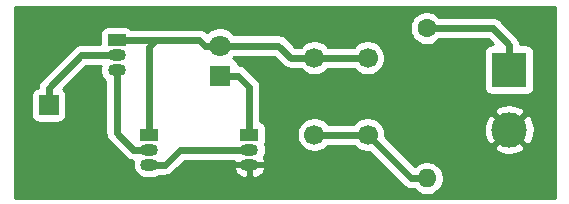
<source format=gbr>
G04 #@! TF.GenerationSoftware,KiCad,Pcbnew,(5.1.5)-3*
G04 #@! TF.CreationDate,2020-11-04T23:27:45+03:00*
G04 #@! TF.ProjectId,non contact ac tester,6e6f6e20-636f-46e7-9461-637420616320,rev?*
G04 #@! TF.SameCoordinates,Original*
G04 #@! TF.FileFunction,Copper,L2,Bot*
G04 #@! TF.FilePolarity,Positive*
%FSLAX46Y46*%
G04 Gerber Fmt 4.6, Leading zero omitted, Abs format (unit mm)*
G04 Created by KiCad (PCBNEW (5.1.5)-3) date 2020-11-04 23:27:45*
%MOMM*%
%LPD*%
G04 APERTURE LIST*
%ADD10C,1.700000*%
%ADD11R,1.800000X1.800000*%
%ADD12C,1.800000*%
%ADD13R,1.700000X1.700000*%
%ADD14R,3.000000X3.000000*%
%ADD15C,3.000000*%
%ADD16O,1.500000X1.050000*%
%ADD17R,1.500000X1.050000*%
%ADD18C,1.600000*%
%ADD19O,1.600000X1.600000*%
%ADD20C,0.600000*%
%ADD21C,0.254000*%
G04 APERTURE END LIST*
D10*
X84000000Y-79000000D03*
X84000000Y-72500000D03*
X88500000Y-79000000D03*
X88500000Y-72500000D03*
D11*
X76000000Y-74000000D03*
D12*
X76000000Y-71460000D03*
D13*
X61500000Y-76500000D03*
D14*
X100500000Y-73500000D03*
D15*
X100500000Y-78580000D03*
D16*
X67250000Y-72270000D03*
X67250000Y-73540000D03*
D17*
X67250000Y-71000000D03*
X70000000Y-79000000D03*
D16*
X70000000Y-81540000D03*
X70000000Y-80270000D03*
X78500000Y-80270000D03*
X78500000Y-81540000D03*
D17*
X78500000Y-79000000D03*
D18*
X93500000Y-70000000D03*
D19*
X93500000Y-82700000D03*
D20*
X77500000Y-74000000D02*
X76000000Y-74000000D01*
X78500000Y-75000000D02*
X77500000Y-74000000D01*
X78500000Y-79000000D02*
X78500000Y-75000000D01*
X80960000Y-71460000D02*
X76000000Y-71460000D01*
X68600000Y-71000000D02*
X67250000Y-71000000D01*
X74727208Y-71460000D02*
X74267208Y-71000000D01*
X76000000Y-71460000D02*
X74727208Y-71460000D01*
X70000000Y-71600000D02*
X70000000Y-79000000D01*
X70600000Y-71000000D02*
X70000000Y-71600000D01*
X70600000Y-71000000D02*
X68600000Y-71000000D01*
X74267208Y-71000000D02*
X70600000Y-71000000D01*
X82000000Y-72500000D02*
X84000000Y-72500000D01*
X80960000Y-71460000D02*
X82000000Y-72500000D01*
X84000000Y-72500000D02*
X88500000Y-72500000D01*
X61500000Y-75050000D02*
X61500000Y-76500000D01*
X64280000Y-72270000D02*
X61500000Y-75050000D01*
X67250000Y-72270000D02*
X64280000Y-72270000D01*
X100500000Y-71400000D02*
X100500000Y-73500000D01*
X99100000Y-70000000D02*
X100500000Y-71400000D01*
X93500000Y-70000000D02*
X99100000Y-70000000D01*
X67250000Y-78870000D02*
X68650000Y-80270000D01*
X68650000Y-80270000D02*
X70000000Y-80270000D01*
X67250000Y-73540000D02*
X67250000Y-78870000D01*
X77150000Y-80270000D02*
X78500000Y-80270000D01*
X72620000Y-80270000D02*
X77150000Y-80270000D01*
X71350000Y-81540000D02*
X72620000Y-80270000D01*
X70000000Y-81540000D02*
X71350000Y-81540000D01*
X88500000Y-79000000D02*
X84000000Y-79000000D01*
X92200000Y-82700000D02*
X93500000Y-82700000D01*
X88500000Y-79000000D02*
X92200000Y-82700000D01*
D21*
G36*
X104340000Y-84340000D02*
G01*
X58660000Y-84340000D01*
X58660000Y-75650000D01*
X60011928Y-75650000D01*
X60011928Y-77350000D01*
X60024188Y-77474482D01*
X60060498Y-77594180D01*
X60119463Y-77704494D01*
X60198815Y-77801185D01*
X60295506Y-77880537D01*
X60405820Y-77939502D01*
X60525518Y-77975812D01*
X60650000Y-77988072D01*
X62350000Y-77988072D01*
X62474482Y-77975812D01*
X62594180Y-77939502D01*
X62704494Y-77880537D01*
X62801185Y-77801185D01*
X62880537Y-77704494D01*
X62939502Y-77594180D01*
X62975812Y-77474482D01*
X62988072Y-77350000D01*
X62988072Y-75650000D01*
X62975812Y-75525518D01*
X62939502Y-75405820D01*
X62880537Y-75295506D01*
X62801185Y-75198815D01*
X62731040Y-75141249D01*
X64667289Y-73205000D01*
X65914425Y-73205000D01*
X65881785Y-73312600D01*
X65859388Y-73540000D01*
X65881785Y-73767400D01*
X65948115Y-73986060D01*
X66055829Y-74187579D01*
X66200788Y-74364212D01*
X66315000Y-74457944D01*
X66315001Y-78824058D01*
X66310476Y-78870000D01*
X66328529Y-79053291D01*
X66367965Y-79183292D01*
X66381994Y-79229540D01*
X66468815Y-79391972D01*
X66585657Y-79534344D01*
X66621336Y-79563625D01*
X67956374Y-80898664D01*
X67985656Y-80934344D01*
X68128028Y-81051186D01*
X68290460Y-81138007D01*
X68466708Y-81191471D01*
X68650000Y-81209524D01*
X68663455Y-81208199D01*
X68631785Y-81312600D01*
X68609388Y-81540000D01*
X68631785Y-81767400D01*
X68698115Y-81986060D01*
X68805829Y-82187579D01*
X68950788Y-82364212D01*
X69127421Y-82509171D01*
X69328940Y-82616885D01*
X69547600Y-82683215D01*
X69718021Y-82700000D01*
X70281979Y-82700000D01*
X70452400Y-82683215D01*
X70671060Y-82616885D01*
X70872579Y-82509171D01*
X70914216Y-82475000D01*
X71304068Y-82475000D01*
X71350000Y-82479524D01*
X71395932Y-82475000D01*
X71533292Y-82461471D01*
X71709540Y-82408007D01*
X71871972Y-82321186D01*
X72014344Y-82204344D01*
X72043630Y-82168659D01*
X72366479Y-81845810D01*
X77156036Y-81845810D01*
X77164728Y-81907337D01*
X77257725Y-82116882D01*
X77389816Y-82304258D01*
X77555924Y-82462264D01*
X77749666Y-82584828D01*
X77963596Y-82667239D01*
X78189493Y-82706331D01*
X78373000Y-82546598D01*
X78373000Y-81667000D01*
X78627000Y-81667000D01*
X78627000Y-82546598D01*
X78810507Y-82706331D01*
X79036404Y-82667239D01*
X79250334Y-82584828D01*
X79444076Y-82462264D01*
X79610184Y-82304258D01*
X79742275Y-82116882D01*
X79835272Y-81907337D01*
X79843964Y-81845810D01*
X79718163Y-81667000D01*
X78627000Y-81667000D01*
X78373000Y-81667000D01*
X77281837Y-81667000D01*
X77156036Y-81845810D01*
X72366479Y-81845810D01*
X73007290Y-81205000D01*
X77160160Y-81205000D01*
X77156036Y-81234190D01*
X77281837Y-81413000D01*
X78046891Y-81413000D01*
X78047600Y-81413215D01*
X78218021Y-81430000D01*
X78781979Y-81430000D01*
X78952400Y-81413215D01*
X78953109Y-81413000D01*
X79718163Y-81413000D01*
X79843964Y-81234190D01*
X79835272Y-81172663D01*
X79742275Y-80963118D01*
X79701071Y-80904669D01*
X79801885Y-80716060D01*
X79868215Y-80497400D01*
X79890612Y-80270000D01*
X79868215Y-80042600D01*
X79804907Y-79833902D01*
X79839502Y-79769180D01*
X79875812Y-79649482D01*
X79888072Y-79525000D01*
X79888072Y-78853740D01*
X82515000Y-78853740D01*
X82515000Y-79146260D01*
X82572068Y-79433158D01*
X82684010Y-79703411D01*
X82846525Y-79946632D01*
X83053368Y-80153475D01*
X83296589Y-80315990D01*
X83566842Y-80427932D01*
X83853740Y-80485000D01*
X84146260Y-80485000D01*
X84433158Y-80427932D01*
X84703411Y-80315990D01*
X84946632Y-80153475D01*
X85153475Y-79946632D01*
X85161247Y-79935000D01*
X87338753Y-79935000D01*
X87346525Y-79946632D01*
X87553368Y-80153475D01*
X87796589Y-80315990D01*
X88066842Y-80427932D01*
X88353740Y-80485000D01*
X88646260Y-80485000D01*
X88659981Y-80482271D01*
X91506374Y-83328664D01*
X91535656Y-83364344D01*
X91678028Y-83481186D01*
X91840460Y-83568007D01*
X91963243Y-83605253D01*
X92016707Y-83621471D01*
X92199999Y-83639524D01*
X92245931Y-83635000D01*
X92405604Y-83635000D01*
X92585241Y-83814637D01*
X92820273Y-83971680D01*
X93081426Y-84079853D01*
X93358665Y-84135000D01*
X93641335Y-84135000D01*
X93918574Y-84079853D01*
X94179727Y-83971680D01*
X94414759Y-83814637D01*
X94614637Y-83614759D01*
X94771680Y-83379727D01*
X94879853Y-83118574D01*
X94935000Y-82841335D01*
X94935000Y-82558665D01*
X94879853Y-82281426D01*
X94771680Y-82020273D01*
X94614637Y-81785241D01*
X94414759Y-81585363D01*
X94179727Y-81428320D01*
X93918574Y-81320147D01*
X93641335Y-81265000D01*
X93358665Y-81265000D01*
X93081426Y-81320147D01*
X92820273Y-81428320D01*
X92585241Y-81585363D01*
X92496447Y-81674157D01*
X90893943Y-80071653D01*
X99187952Y-80071653D01*
X99343962Y-80387214D01*
X99718745Y-80578020D01*
X100123551Y-80692044D01*
X100542824Y-80724902D01*
X100960451Y-80675334D01*
X101360383Y-80545243D01*
X101656038Y-80387214D01*
X101812048Y-80071653D01*
X100500000Y-78759605D01*
X99187952Y-80071653D01*
X90893943Y-80071653D01*
X89982271Y-79159981D01*
X89985000Y-79146260D01*
X89985000Y-78853740D01*
X89939068Y-78622824D01*
X98355098Y-78622824D01*
X98404666Y-79040451D01*
X98534757Y-79440383D01*
X98692786Y-79736038D01*
X99008347Y-79892048D01*
X100320395Y-78580000D01*
X100679605Y-78580000D01*
X101991653Y-79892048D01*
X102307214Y-79736038D01*
X102498020Y-79361255D01*
X102612044Y-78956449D01*
X102644902Y-78537176D01*
X102595334Y-78119549D01*
X102465243Y-77719617D01*
X102307214Y-77423962D01*
X101991653Y-77267952D01*
X100679605Y-78580000D01*
X100320395Y-78580000D01*
X99008347Y-77267952D01*
X98692786Y-77423962D01*
X98501980Y-77798745D01*
X98387956Y-78203551D01*
X98355098Y-78622824D01*
X89939068Y-78622824D01*
X89927932Y-78566842D01*
X89815990Y-78296589D01*
X89653475Y-78053368D01*
X89446632Y-77846525D01*
X89203411Y-77684010D01*
X88933158Y-77572068D01*
X88646260Y-77515000D01*
X88353740Y-77515000D01*
X88066842Y-77572068D01*
X87796589Y-77684010D01*
X87553368Y-77846525D01*
X87346525Y-78053368D01*
X87338753Y-78065000D01*
X85161247Y-78065000D01*
X85153475Y-78053368D01*
X84946632Y-77846525D01*
X84703411Y-77684010D01*
X84433158Y-77572068D01*
X84146260Y-77515000D01*
X83853740Y-77515000D01*
X83566842Y-77572068D01*
X83296589Y-77684010D01*
X83053368Y-77846525D01*
X82846525Y-78053368D01*
X82684010Y-78296589D01*
X82572068Y-78566842D01*
X82515000Y-78853740D01*
X79888072Y-78853740D01*
X79888072Y-78475000D01*
X79875812Y-78350518D01*
X79839502Y-78230820D01*
X79780537Y-78120506D01*
X79701185Y-78023815D01*
X79604494Y-77944463D01*
X79494180Y-77885498D01*
X79435000Y-77867546D01*
X79435000Y-77088347D01*
X99187952Y-77088347D01*
X100500000Y-78400395D01*
X101812048Y-77088347D01*
X101656038Y-76772786D01*
X101281255Y-76581980D01*
X100876449Y-76467956D01*
X100457176Y-76435098D01*
X100039549Y-76484666D01*
X99639617Y-76614757D01*
X99343962Y-76772786D01*
X99187952Y-77088347D01*
X79435000Y-77088347D01*
X79435000Y-75045935D01*
X79439524Y-75000000D01*
X79421472Y-74816708D01*
X79368007Y-74640459D01*
X79337765Y-74583880D01*
X79281186Y-74478028D01*
X79164344Y-74335656D01*
X79128659Y-74306370D01*
X78193630Y-73371341D01*
X78164344Y-73335656D01*
X78021972Y-73218814D01*
X77859540Y-73131993D01*
X77683292Y-73078529D01*
X77545932Y-73065000D01*
X77534514Y-73063875D01*
X77525812Y-72975518D01*
X77489502Y-72855820D01*
X77430537Y-72745506D01*
X77351185Y-72648815D01*
X77254494Y-72569463D01*
X77144180Y-72510498D01*
X77125873Y-72504944D01*
X77192312Y-72438505D01*
X77221381Y-72395000D01*
X80572711Y-72395000D01*
X81306374Y-73128664D01*
X81335656Y-73164344D01*
X81478028Y-73281186D01*
X81640460Y-73368007D01*
X81763243Y-73405253D01*
X81816707Y-73421471D01*
X81999999Y-73439524D01*
X82045931Y-73435000D01*
X82838753Y-73435000D01*
X82846525Y-73446632D01*
X83053368Y-73653475D01*
X83296589Y-73815990D01*
X83566842Y-73927932D01*
X83853740Y-73985000D01*
X84146260Y-73985000D01*
X84433158Y-73927932D01*
X84703411Y-73815990D01*
X84946632Y-73653475D01*
X85153475Y-73446632D01*
X85161247Y-73435000D01*
X87338753Y-73435000D01*
X87346525Y-73446632D01*
X87553368Y-73653475D01*
X87796589Y-73815990D01*
X88066842Y-73927932D01*
X88353740Y-73985000D01*
X88646260Y-73985000D01*
X88933158Y-73927932D01*
X89203411Y-73815990D01*
X89446632Y-73653475D01*
X89653475Y-73446632D01*
X89815990Y-73203411D01*
X89927932Y-72933158D01*
X89985000Y-72646260D01*
X89985000Y-72353740D01*
X89927932Y-72066842D01*
X89815990Y-71796589D01*
X89653475Y-71553368D01*
X89446632Y-71346525D01*
X89203411Y-71184010D01*
X88933158Y-71072068D01*
X88646260Y-71015000D01*
X88353740Y-71015000D01*
X88066842Y-71072068D01*
X87796589Y-71184010D01*
X87553368Y-71346525D01*
X87346525Y-71553368D01*
X87338753Y-71565000D01*
X85161247Y-71565000D01*
X85153475Y-71553368D01*
X84946632Y-71346525D01*
X84703411Y-71184010D01*
X84433158Y-71072068D01*
X84146260Y-71015000D01*
X83853740Y-71015000D01*
X83566842Y-71072068D01*
X83296589Y-71184010D01*
X83053368Y-71346525D01*
X82846525Y-71553368D01*
X82838753Y-71565000D01*
X82387290Y-71565000D01*
X81653630Y-70831341D01*
X81624344Y-70795656D01*
X81481972Y-70678814D01*
X81319540Y-70591993D01*
X81143292Y-70538529D01*
X81005932Y-70525000D01*
X80960000Y-70520476D01*
X80914068Y-70525000D01*
X77221381Y-70525000D01*
X77192312Y-70481495D01*
X76978505Y-70267688D01*
X76727095Y-70099701D01*
X76447743Y-69983989D01*
X76151184Y-69925000D01*
X75848816Y-69925000D01*
X75552257Y-69983989D01*
X75272905Y-70099701D01*
X75021495Y-70267688D01*
X74941457Y-70347726D01*
X74931552Y-70335656D01*
X74789180Y-70218814D01*
X74626748Y-70131993D01*
X74450500Y-70078529D01*
X74313140Y-70065000D01*
X74267208Y-70060476D01*
X74221276Y-70065000D01*
X70645931Y-70065000D01*
X70599999Y-70060476D01*
X70554067Y-70065000D01*
X68484985Y-70065000D01*
X68451185Y-70023815D01*
X68354494Y-69944463D01*
X68244180Y-69885498D01*
X68155724Y-69858665D01*
X92065000Y-69858665D01*
X92065000Y-70141335D01*
X92120147Y-70418574D01*
X92228320Y-70679727D01*
X92385363Y-70914759D01*
X92585241Y-71114637D01*
X92820273Y-71271680D01*
X93081426Y-71379853D01*
X93358665Y-71435000D01*
X93641335Y-71435000D01*
X93918574Y-71379853D01*
X94179727Y-71271680D01*
X94414759Y-71114637D01*
X94594396Y-70935000D01*
X98712711Y-70935000D01*
X99139638Y-71361928D01*
X99000000Y-71361928D01*
X98875518Y-71374188D01*
X98755820Y-71410498D01*
X98645506Y-71469463D01*
X98548815Y-71548815D01*
X98469463Y-71645506D01*
X98410498Y-71755820D01*
X98374188Y-71875518D01*
X98361928Y-72000000D01*
X98361928Y-75000000D01*
X98374188Y-75124482D01*
X98410498Y-75244180D01*
X98469463Y-75354494D01*
X98548815Y-75451185D01*
X98645506Y-75530537D01*
X98755820Y-75589502D01*
X98875518Y-75625812D01*
X99000000Y-75638072D01*
X102000000Y-75638072D01*
X102124482Y-75625812D01*
X102244180Y-75589502D01*
X102354494Y-75530537D01*
X102451185Y-75451185D01*
X102530537Y-75354494D01*
X102589502Y-75244180D01*
X102625812Y-75124482D01*
X102638072Y-75000000D01*
X102638072Y-72000000D01*
X102625812Y-71875518D01*
X102589502Y-71755820D01*
X102530537Y-71645506D01*
X102451185Y-71548815D01*
X102354494Y-71469463D01*
X102244180Y-71410498D01*
X102124482Y-71374188D01*
X102000000Y-71361928D01*
X101435774Y-71361928D01*
X101421471Y-71216708D01*
X101390508Y-71114637D01*
X101368007Y-71040460D01*
X101281186Y-70878028D01*
X101164344Y-70735656D01*
X101128665Y-70706376D01*
X99793630Y-69371341D01*
X99764344Y-69335656D01*
X99621972Y-69218814D01*
X99459540Y-69131993D01*
X99283292Y-69078529D01*
X99145932Y-69065000D01*
X99100000Y-69060476D01*
X99054068Y-69065000D01*
X94594396Y-69065000D01*
X94414759Y-68885363D01*
X94179727Y-68728320D01*
X93918574Y-68620147D01*
X93641335Y-68565000D01*
X93358665Y-68565000D01*
X93081426Y-68620147D01*
X92820273Y-68728320D01*
X92585241Y-68885363D01*
X92385363Y-69085241D01*
X92228320Y-69320273D01*
X92120147Y-69581426D01*
X92065000Y-69858665D01*
X68155724Y-69858665D01*
X68124482Y-69849188D01*
X68000000Y-69836928D01*
X66500000Y-69836928D01*
X66375518Y-69849188D01*
X66255820Y-69885498D01*
X66145506Y-69944463D01*
X66048815Y-70023815D01*
X65969463Y-70120506D01*
X65910498Y-70230820D01*
X65874188Y-70350518D01*
X65861928Y-70475000D01*
X65861928Y-71335000D01*
X64325935Y-71335000D01*
X64280000Y-71330476D01*
X64096708Y-71348528D01*
X63920459Y-71401993D01*
X63892928Y-71416709D01*
X63758028Y-71488814D01*
X63615656Y-71605656D01*
X63586370Y-71641341D01*
X60871341Y-74356370D01*
X60835656Y-74385656D01*
X60718814Y-74528029D01*
X60631993Y-74690461D01*
X60604472Y-74781186D01*
X60578529Y-74866709D01*
X60563386Y-75020458D01*
X60525518Y-75024188D01*
X60405820Y-75060498D01*
X60295506Y-75119463D01*
X60198815Y-75198815D01*
X60119463Y-75295506D01*
X60060498Y-75405820D01*
X60024188Y-75525518D01*
X60011928Y-75650000D01*
X58660000Y-75650000D01*
X58660000Y-68160000D01*
X104340001Y-68160000D01*
X104340000Y-84340000D01*
G37*
X104340000Y-84340000D02*
X58660000Y-84340000D01*
X58660000Y-75650000D01*
X60011928Y-75650000D01*
X60011928Y-77350000D01*
X60024188Y-77474482D01*
X60060498Y-77594180D01*
X60119463Y-77704494D01*
X60198815Y-77801185D01*
X60295506Y-77880537D01*
X60405820Y-77939502D01*
X60525518Y-77975812D01*
X60650000Y-77988072D01*
X62350000Y-77988072D01*
X62474482Y-77975812D01*
X62594180Y-77939502D01*
X62704494Y-77880537D01*
X62801185Y-77801185D01*
X62880537Y-77704494D01*
X62939502Y-77594180D01*
X62975812Y-77474482D01*
X62988072Y-77350000D01*
X62988072Y-75650000D01*
X62975812Y-75525518D01*
X62939502Y-75405820D01*
X62880537Y-75295506D01*
X62801185Y-75198815D01*
X62731040Y-75141249D01*
X64667289Y-73205000D01*
X65914425Y-73205000D01*
X65881785Y-73312600D01*
X65859388Y-73540000D01*
X65881785Y-73767400D01*
X65948115Y-73986060D01*
X66055829Y-74187579D01*
X66200788Y-74364212D01*
X66315000Y-74457944D01*
X66315001Y-78824058D01*
X66310476Y-78870000D01*
X66328529Y-79053291D01*
X66367965Y-79183292D01*
X66381994Y-79229540D01*
X66468815Y-79391972D01*
X66585657Y-79534344D01*
X66621336Y-79563625D01*
X67956374Y-80898664D01*
X67985656Y-80934344D01*
X68128028Y-81051186D01*
X68290460Y-81138007D01*
X68466708Y-81191471D01*
X68650000Y-81209524D01*
X68663455Y-81208199D01*
X68631785Y-81312600D01*
X68609388Y-81540000D01*
X68631785Y-81767400D01*
X68698115Y-81986060D01*
X68805829Y-82187579D01*
X68950788Y-82364212D01*
X69127421Y-82509171D01*
X69328940Y-82616885D01*
X69547600Y-82683215D01*
X69718021Y-82700000D01*
X70281979Y-82700000D01*
X70452400Y-82683215D01*
X70671060Y-82616885D01*
X70872579Y-82509171D01*
X70914216Y-82475000D01*
X71304068Y-82475000D01*
X71350000Y-82479524D01*
X71395932Y-82475000D01*
X71533292Y-82461471D01*
X71709540Y-82408007D01*
X71871972Y-82321186D01*
X72014344Y-82204344D01*
X72043630Y-82168659D01*
X72366479Y-81845810D01*
X77156036Y-81845810D01*
X77164728Y-81907337D01*
X77257725Y-82116882D01*
X77389816Y-82304258D01*
X77555924Y-82462264D01*
X77749666Y-82584828D01*
X77963596Y-82667239D01*
X78189493Y-82706331D01*
X78373000Y-82546598D01*
X78373000Y-81667000D01*
X78627000Y-81667000D01*
X78627000Y-82546598D01*
X78810507Y-82706331D01*
X79036404Y-82667239D01*
X79250334Y-82584828D01*
X79444076Y-82462264D01*
X79610184Y-82304258D01*
X79742275Y-82116882D01*
X79835272Y-81907337D01*
X79843964Y-81845810D01*
X79718163Y-81667000D01*
X78627000Y-81667000D01*
X78373000Y-81667000D01*
X77281837Y-81667000D01*
X77156036Y-81845810D01*
X72366479Y-81845810D01*
X73007290Y-81205000D01*
X77160160Y-81205000D01*
X77156036Y-81234190D01*
X77281837Y-81413000D01*
X78046891Y-81413000D01*
X78047600Y-81413215D01*
X78218021Y-81430000D01*
X78781979Y-81430000D01*
X78952400Y-81413215D01*
X78953109Y-81413000D01*
X79718163Y-81413000D01*
X79843964Y-81234190D01*
X79835272Y-81172663D01*
X79742275Y-80963118D01*
X79701071Y-80904669D01*
X79801885Y-80716060D01*
X79868215Y-80497400D01*
X79890612Y-80270000D01*
X79868215Y-80042600D01*
X79804907Y-79833902D01*
X79839502Y-79769180D01*
X79875812Y-79649482D01*
X79888072Y-79525000D01*
X79888072Y-78853740D01*
X82515000Y-78853740D01*
X82515000Y-79146260D01*
X82572068Y-79433158D01*
X82684010Y-79703411D01*
X82846525Y-79946632D01*
X83053368Y-80153475D01*
X83296589Y-80315990D01*
X83566842Y-80427932D01*
X83853740Y-80485000D01*
X84146260Y-80485000D01*
X84433158Y-80427932D01*
X84703411Y-80315990D01*
X84946632Y-80153475D01*
X85153475Y-79946632D01*
X85161247Y-79935000D01*
X87338753Y-79935000D01*
X87346525Y-79946632D01*
X87553368Y-80153475D01*
X87796589Y-80315990D01*
X88066842Y-80427932D01*
X88353740Y-80485000D01*
X88646260Y-80485000D01*
X88659981Y-80482271D01*
X91506374Y-83328664D01*
X91535656Y-83364344D01*
X91678028Y-83481186D01*
X91840460Y-83568007D01*
X91963243Y-83605253D01*
X92016707Y-83621471D01*
X92199999Y-83639524D01*
X92245931Y-83635000D01*
X92405604Y-83635000D01*
X92585241Y-83814637D01*
X92820273Y-83971680D01*
X93081426Y-84079853D01*
X93358665Y-84135000D01*
X93641335Y-84135000D01*
X93918574Y-84079853D01*
X94179727Y-83971680D01*
X94414759Y-83814637D01*
X94614637Y-83614759D01*
X94771680Y-83379727D01*
X94879853Y-83118574D01*
X94935000Y-82841335D01*
X94935000Y-82558665D01*
X94879853Y-82281426D01*
X94771680Y-82020273D01*
X94614637Y-81785241D01*
X94414759Y-81585363D01*
X94179727Y-81428320D01*
X93918574Y-81320147D01*
X93641335Y-81265000D01*
X93358665Y-81265000D01*
X93081426Y-81320147D01*
X92820273Y-81428320D01*
X92585241Y-81585363D01*
X92496447Y-81674157D01*
X90893943Y-80071653D01*
X99187952Y-80071653D01*
X99343962Y-80387214D01*
X99718745Y-80578020D01*
X100123551Y-80692044D01*
X100542824Y-80724902D01*
X100960451Y-80675334D01*
X101360383Y-80545243D01*
X101656038Y-80387214D01*
X101812048Y-80071653D01*
X100500000Y-78759605D01*
X99187952Y-80071653D01*
X90893943Y-80071653D01*
X89982271Y-79159981D01*
X89985000Y-79146260D01*
X89985000Y-78853740D01*
X89939068Y-78622824D01*
X98355098Y-78622824D01*
X98404666Y-79040451D01*
X98534757Y-79440383D01*
X98692786Y-79736038D01*
X99008347Y-79892048D01*
X100320395Y-78580000D01*
X100679605Y-78580000D01*
X101991653Y-79892048D01*
X102307214Y-79736038D01*
X102498020Y-79361255D01*
X102612044Y-78956449D01*
X102644902Y-78537176D01*
X102595334Y-78119549D01*
X102465243Y-77719617D01*
X102307214Y-77423962D01*
X101991653Y-77267952D01*
X100679605Y-78580000D01*
X100320395Y-78580000D01*
X99008347Y-77267952D01*
X98692786Y-77423962D01*
X98501980Y-77798745D01*
X98387956Y-78203551D01*
X98355098Y-78622824D01*
X89939068Y-78622824D01*
X89927932Y-78566842D01*
X89815990Y-78296589D01*
X89653475Y-78053368D01*
X89446632Y-77846525D01*
X89203411Y-77684010D01*
X88933158Y-77572068D01*
X88646260Y-77515000D01*
X88353740Y-77515000D01*
X88066842Y-77572068D01*
X87796589Y-77684010D01*
X87553368Y-77846525D01*
X87346525Y-78053368D01*
X87338753Y-78065000D01*
X85161247Y-78065000D01*
X85153475Y-78053368D01*
X84946632Y-77846525D01*
X84703411Y-77684010D01*
X84433158Y-77572068D01*
X84146260Y-77515000D01*
X83853740Y-77515000D01*
X83566842Y-77572068D01*
X83296589Y-77684010D01*
X83053368Y-77846525D01*
X82846525Y-78053368D01*
X82684010Y-78296589D01*
X82572068Y-78566842D01*
X82515000Y-78853740D01*
X79888072Y-78853740D01*
X79888072Y-78475000D01*
X79875812Y-78350518D01*
X79839502Y-78230820D01*
X79780537Y-78120506D01*
X79701185Y-78023815D01*
X79604494Y-77944463D01*
X79494180Y-77885498D01*
X79435000Y-77867546D01*
X79435000Y-77088347D01*
X99187952Y-77088347D01*
X100500000Y-78400395D01*
X101812048Y-77088347D01*
X101656038Y-76772786D01*
X101281255Y-76581980D01*
X100876449Y-76467956D01*
X100457176Y-76435098D01*
X100039549Y-76484666D01*
X99639617Y-76614757D01*
X99343962Y-76772786D01*
X99187952Y-77088347D01*
X79435000Y-77088347D01*
X79435000Y-75045935D01*
X79439524Y-75000000D01*
X79421472Y-74816708D01*
X79368007Y-74640459D01*
X79337765Y-74583880D01*
X79281186Y-74478028D01*
X79164344Y-74335656D01*
X79128659Y-74306370D01*
X78193630Y-73371341D01*
X78164344Y-73335656D01*
X78021972Y-73218814D01*
X77859540Y-73131993D01*
X77683292Y-73078529D01*
X77545932Y-73065000D01*
X77534514Y-73063875D01*
X77525812Y-72975518D01*
X77489502Y-72855820D01*
X77430537Y-72745506D01*
X77351185Y-72648815D01*
X77254494Y-72569463D01*
X77144180Y-72510498D01*
X77125873Y-72504944D01*
X77192312Y-72438505D01*
X77221381Y-72395000D01*
X80572711Y-72395000D01*
X81306374Y-73128664D01*
X81335656Y-73164344D01*
X81478028Y-73281186D01*
X81640460Y-73368007D01*
X81763243Y-73405253D01*
X81816707Y-73421471D01*
X81999999Y-73439524D01*
X82045931Y-73435000D01*
X82838753Y-73435000D01*
X82846525Y-73446632D01*
X83053368Y-73653475D01*
X83296589Y-73815990D01*
X83566842Y-73927932D01*
X83853740Y-73985000D01*
X84146260Y-73985000D01*
X84433158Y-73927932D01*
X84703411Y-73815990D01*
X84946632Y-73653475D01*
X85153475Y-73446632D01*
X85161247Y-73435000D01*
X87338753Y-73435000D01*
X87346525Y-73446632D01*
X87553368Y-73653475D01*
X87796589Y-73815990D01*
X88066842Y-73927932D01*
X88353740Y-73985000D01*
X88646260Y-73985000D01*
X88933158Y-73927932D01*
X89203411Y-73815990D01*
X89446632Y-73653475D01*
X89653475Y-73446632D01*
X89815990Y-73203411D01*
X89927932Y-72933158D01*
X89985000Y-72646260D01*
X89985000Y-72353740D01*
X89927932Y-72066842D01*
X89815990Y-71796589D01*
X89653475Y-71553368D01*
X89446632Y-71346525D01*
X89203411Y-71184010D01*
X88933158Y-71072068D01*
X88646260Y-71015000D01*
X88353740Y-71015000D01*
X88066842Y-71072068D01*
X87796589Y-71184010D01*
X87553368Y-71346525D01*
X87346525Y-71553368D01*
X87338753Y-71565000D01*
X85161247Y-71565000D01*
X85153475Y-71553368D01*
X84946632Y-71346525D01*
X84703411Y-71184010D01*
X84433158Y-71072068D01*
X84146260Y-71015000D01*
X83853740Y-71015000D01*
X83566842Y-71072068D01*
X83296589Y-71184010D01*
X83053368Y-71346525D01*
X82846525Y-71553368D01*
X82838753Y-71565000D01*
X82387290Y-71565000D01*
X81653630Y-70831341D01*
X81624344Y-70795656D01*
X81481972Y-70678814D01*
X81319540Y-70591993D01*
X81143292Y-70538529D01*
X81005932Y-70525000D01*
X80960000Y-70520476D01*
X80914068Y-70525000D01*
X77221381Y-70525000D01*
X77192312Y-70481495D01*
X76978505Y-70267688D01*
X76727095Y-70099701D01*
X76447743Y-69983989D01*
X76151184Y-69925000D01*
X75848816Y-69925000D01*
X75552257Y-69983989D01*
X75272905Y-70099701D01*
X75021495Y-70267688D01*
X74941457Y-70347726D01*
X74931552Y-70335656D01*
X74789180Y-70218814D01*
X74626748Y-70131993D01*
X74450500Y-70078529D01*
X74313140Y-70065000D01*
X74267208Y-70060476D01*
X74221276Y-70065000D01*
X70645931Y-70065000D01*
X70599999Y-70060476D01*
X70554067Y-70065000D01*
X68484985Y-70065000D01*
X68451185Y-70023815D01*
X68354494Y-69944463D01*
X68244180Y-69885498D01*
X68155724Y-69858665D01*
X92065000Y-69858665D01*
X92065000Y-70141335D01*
X92120147Y-70418574D01*
X92228320Y-70679727D01*
X92385363Y-70914759D01*
X92585241Y-71114637D01*
X92820273Y-71271680D01*
X93081426Y-71379853D01*
X93358665Y-71435000D01*
X93641335Y-71435000D01*
X93918574Y-71379853D01*
X94179727Y-71271680D01*
X94414759Y-71114637D01*
X94594396Y-70935000D01*
X98712711Y-70935000D01*
X99139638Y-71361928D01*
X99000000Y-71361928D01*
X98875518Y-71374188D01*
X98755820Y-71410498D01*
X98645506Y-71469463D01*
X98548815Y-71548815D01*
X98469463Y-71645506D01*
X98410498Y-71755820D01*
X98374188Y-71875518D01*
X98361928Y-72000000D01*
X98361928Y-75000000D01*
X98374188Y-75124482D01*
X98410498Y-75244180D01*
X98469463Y-75354494D01*
X98548815Y-75451185D01*
X98645506Y-75530537D01*
X98755820Y-75589502D01*
X98875518Y-75625812D01*
X99000000Y-75638072D01*
X102000000Y-75638072D01*
X102124482Y-75625812D01*
X102244180Y-75589502D01*
X102354494Y-75530537D01*
X102451185Y-75451185D01*
X102530537Y-75354494D01*
X102589502Y-75244180D01*
X102625812Y-75124482D01*
X102638072Y-75000000D01*
X102638072Y-72000000D01*
X102625812Y-71875518D01*
X102589502Y-71755820D01*
X102530537Y-71645506D01*
X102451185Y-71548815D01*
X102354494Y-71469463D01*
X102244180Y-71410498D01*
X102124482Y-71374188D01*
X102000000Y-71361928D01*
X101435774Y-71361928D01*
X101421471Y-71216708D01*
X101390508Y-71114637D01*
X101368007Y-71040460D01*
X101281186Y-70878028D01*
X101164344Y-70735656D01*
X101128665Y-70706376D01*
X99793630Y-69371341D01*
X99764344Y-69335656D01*
X99621972Y-69218814D01*
X99459540Y-69131993D01*
X99283292Y-69078529D01*
X99145932Y-69065000D01*
X99100000Y-69060476D01*
X99054068Y-69065000D01*
X94594396Y-69065000D01*
X94414759Y-68885363D01*
X94179727Y-68728320D01*
X93918574Y-68620147D01*
X93641335Y-68565000D01*
X93358665Y-68565000D01*
X93081426Y-68620147D01*
X92820273Y-68728320D01*
X92585241Y-68885363D01*
X92385363Y-69085241D01*
X92228320Y-69320273D01*
X92120147Y-69581426D01*
X92065000Y-69858665D01*
X68155724Y-69858665D01*
X68124482Y-69849188D01*
X68000000Y-69836928D01*
X66500000Y-69836928D01*
X66375518Y-69849188D01*
X66255820Y-69885498D01*
X66145506Y-69944463D01*
X66048815Y-70023815D01*
X65969463Y-70120506D01*
X65910498Y-70230820D01*
X65874188Y-70350518D01*
X65861928Y-70475000D01*
X65861928Y-71335000D01*
X64325935Y-71335000D01*
X64280000Y-71330476D01*
X64096708Y-71348528D01*
X63920459Y-71401993D01*
X63892928Y-71416709D01*
X63758028Y-71488814D01*
X63615656Y-71605656D01*
X63586370Y-71641341D01*
X60871341Y-74356370D01*
X60835656Y-74385656D01*
X60718814Y-74528029D01*
X60631993Y-74690461D01*
X60604472Y-74781186D01*
X60578529Y-74866709D01*
X60563386Y-75020458D01*
X60525518Y-75024188D01*
X60405820Y-75060498D01*
X60295506Y-75119463D01*
X60198815Y-75198815D01*
X60119463Y-75295506D01*
X60060498Y-75405820D01*
X60024188Y-75525518D01*
X60011928Y-75650000D01*
X58660000Y-75650000D01*
X58660000Y-68160000D01*
X104340001Y-68160000D01*
X104340000Y-84340000D01*
M02*

</source>
